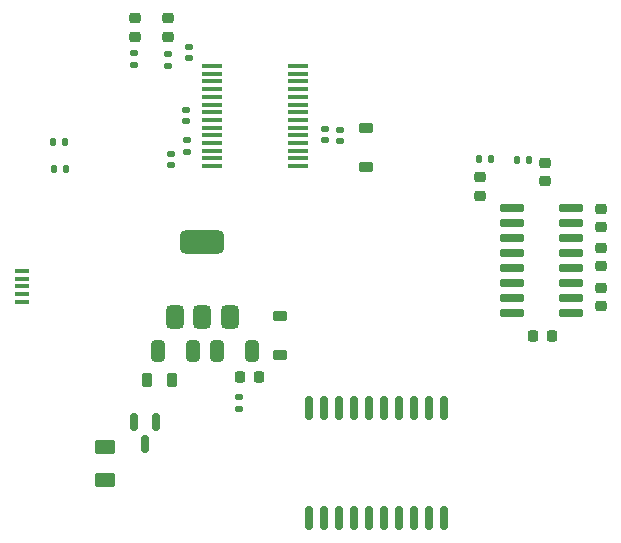
<source format=gbr>
%TF.GenerationSoftware,KiCad,Pcbnew,9.0.0*%
%TF.CreationDate,2025-05-02T19:21:32+02:00*%
%TF.ProjectId,PIC_GATE_LOCK_SYSTEM,5049435f-4741-4544-955f-4c4f434b5f53,rev?*%
%TF.SameCoordinates,Original*%
%TF.FileFunction,Paste,Top*%
%TF.FilePolarity,Positive*%
%FSLAX46Y46*%
G04 Gerber Fmt 4.6, Leading zero omitted, Abs format (unit mm)*
G04 Created by KiCad (PCBNEW 9.0.0) date 2025-05-02 19:21:32*
%MOMM*%
%LPD*%
G01*
G04 APERTURE LIST*
G04 Aperture macros list*
%AMRoundRect*
0 Rectangle with rounded corners*
0 $1 Rounding radius*
0 $2 $3 $4 $5 $6 $7 $8 $9 X,Y pos of 4 corners*
0 Add a 4 corners polygon primitive as box body*
4,1,4,$2,$3,$4,$5,$6,$7,$8,$9,$2,$3,0*
0 Add four circle primitives for the rounded corners*
1,1,$1+$1,$2,$3*
1,1,$1+$1,$4,$5*
1,1,$1+$1,$6,$7*
1,1,$1+$1,$8,$9*
0 Add four rect primitives between the rounded corners*
20,1,$1+$1,$2,$3,$4,$5,0*
20,1,$1+$1,$4,$5,$6,$7,0*
20,1,$1+$1,$6,$7,$8,$9,0*
20,1,$1+$1,$8,$9,$2,$3,0*%
G04 Aperture macros list end*
%ADD10RoundRect,0.150000X-0.150000X0.875000X-0.150000X-0.875000X0.150000X-0.875000X0.150000X0.875000X0*%
%ADD11RoundRect,0.225000X0.375000X-0.225000X0.375000X0.225000X-0.375000X0.225000X-0.375000X-0.225000X0*%
%ADD12RoundRect,0.218750X-0.256250X0.218750X-0.256250X-0.218750X0.256250X-0.218750X0.256250X0.218750X0*%
%ADD13RoundRect,0.250000X0.625000X-0.375000X0.625000X0.375000X-0.625000X0.375000X-0.625000X-0.375000X0*%
%ADD14RoundRect,0.135000X-0.135000X-0.185000X0.135000X-0.185000X0.135000X0.185000X-0.135000X0.185000X0*%
%ADD15RoundRect,0.135000X0.135000X0.185000X-0.135000X0.185000X-0.135000X-0.185000X0.135000X-0.185000X0*%
%ADD16RoundRect,0.140000X0.170000X-0.140000X0.170000X0.140000X-0.170000X0.140000X-0.170000X-0.140000X0*%
%ADD17RoundRect,0.135000X-0.185000X0.135000X-0.185000X-0.135000X0.185000X-0.135000X0.185000X0.135000X0*%
%ADD18RoundRect,0.250000X0.325000X0.650000X-0.325000X0.650000X-0.325000X-0.650000X0.325000X-0.650000X0*%
%ADD19RoundRect,0.140000X-0.170000X0.140000X-0.170000X-0.140000X0.170000X-0.140000X0.170000X0.140000X0*%
%ADD20RoundRect,0.250000X-0.325000X-0.650000X0.325000X-0.650000X0.325000X0.650000X-0.325000X0.650000X0*%
%ADD21RoundRect,0.218750X-0.218750X-0.381250X0.218750X-0.381250X0.218750X0.381250X-0.218750X0.381250X0*%
%ADD22RoundRect,0.150000X-0.150000X0.587500X-0.150000X-0.587500X0.150000X-0.587500X0.150000X0.587500X0*%
%ADD23R,1.655601X0.431800*%
%ADD24RoundRect,0.225000X0.250000X-0.225000X0.250000X0.225000X-0.250000X0.225000X-0.250000X-0.225000X0*%
%ADD25RoundRect,0.375000X0.375000X-0.625000X0.375000X0.625000X-0.375000X0.625000X-0.375000X-0.625000X0*%
%ADD26RoundRect,0.500000X1.400000X-0.500000X1.400000X0.500000X-1.400000X0.500000X-1.400000X-0.500000X0*%
%ADD27RoundRect,0.225000X-0.225000X-0.250000X0.225000X-0.250000X0.225000X0.250000X-0.225000X0.250000X0*%
%ADD28RoundRect,0.075000X0.910000X0.225000X-0.910000X0.225000X-0.910000X-0.225000X0.910000X-0.225000X0*%
%ADD29RoundRect,0.225000X-0.375000X0.225000X-0.375000X-0.225000X0.375000X-0.225000X0.375000X0.225000X0*%
%ADD30RoundRect,0.218750X-0.218750X-0.256250X0.218750X-0.256250X0.218750X0.256250X-0.218750X0.256250X0*%
%ADD31RoundRect,0.135000X0.185000X-0.135000X0.185000X0.135000X-0.185000X0.135000X-0.185000X-0.135000X0*%
%ADD32R,1.300000X0.450000*%
G04 APERTURE END LIST*
D10*
%TO.C,U4*%
X140080000Y-121660000D03*
X138810000Y-121660000D03*
X137540000Y-121660000D03*
X136270000Y-121660000D03*
X135000000Y-121660000D03*
X133730000Y-121660000D03*
X132460000Y-121660000D03*
X131190000Y-121660000D03*
X129920000Y-121660000D03*
X128650000Y-121660000D03*
X128650000Y-112350000D03*
X129920000Y-112350000D03*
X131190000Y-112350000D03*
X132460000Y-112350000D03*
X133730000Y-112350000D03*
X135000000Y-112350000D03*
X136270000Y-112350000D03*
X137540000Y-112350000D03*
X138810000Y-112350000D03*
X140080000Y-112350000D03*
%TD*%
D11*
%TO.C,D1*%
X126160000Y-104580000D03*
X126160000Y-107880000D03*
%TD*%
D12*
%TO.C,RXD*%
X143050000Y-92820000D03*
X143050000Y-94395000D03*
%TD*%
D13*
%TO.C,F1*%
X111345000Y-118487500D03*
X111345000Y-115687500D03*
%TD*%
D14*
%TO.C,R4*%
X106910000Y-89850000D03*
X107930000Y-89850000D03*
%TD*%
D15*
%TO.C,R3*%
X147225000Y-91380000D03*
X146205000Y-91380000D03*
%TD*%
D16*
%TO.C,C7*%
X118415000Y-82705000D03*
X118415000Y-81745000D03*
%TD*%
D17*
%TO.C,R8*%
X118275000Y-89645000D03*
X118275000Y-90665000D03*
%TD*%
D18*
%TO.C,C4*%
X123805000Y-107505000D03*
X120855000Y-107505000D03*
%TD*%
D19*
%TO.C,C9*%
X129970000Y-88740000D03*
X129970000Y-89700000D03*
%TD*%
D14*
%TO.C,R5*%
X106990000Y-92090000D03*
X108010000Y-92090000D03*
%TD*%
%TO.C,R2*%
X143025000Y-91300000D03*
X144045000Y-91300000D03*
%TD*%
D17*
%TO.C,R1*%
X122655000Y-111435000D03*
X122655000Y-112455000D03*
%TD*%
D20*
%TO.C,C5*%
X115820000Y-107545000D03*
X118770000Y-107545000D03*
%TD*%
D21*
%TO.C,FB1*%
X114897500Y-109990000D03*
X117022500Y-109990000D03*
%TD*%
D22*
%TO.C,Q1*%
X115695000Y-113557500D03*
X113795000Y-113557500D03*
X114745000Y-115432500D03*
%TD*%
D23*
%TO.C,U3*%
X120389398Y-83405001D03*
X120389398Y-84055002D03*
X120389398Y-84705001D03*
X120389398Y-85355002D03*
X120389398Y-86005000D03*
X120389398Y-86655002D03*
X120389398Y-87305000D03*
X120389398Y-87954999D03*
X120389398Y-88605000D03*
X120389398Y-89254999D03*
X120389398Y-89905000D03*
X120389398Y-90554999D03*
X120389398Y-91205000D03*
X120389398Y-91854999D03*
X127645000Y-91855001D03*
X127645000Y-91205000D03*
X127645000Y-90555001D03*
X127645000Y-89905000D03*
X127645000Y-89255002D03*
X127645000Y-88605000D03*
X127645000Y-87955002D03*
X127645000Y-87305000D03*
X127645000Y-86655002D03*
X127645000Y-86005000D03*
X127645000Y-85355002D03*
X127645000Y-84705001D03*
X127645000Y-84055002D03*
X127645000Y-83405001D03*
%TD*%
D24*
%TO.C,C1*%
X153320000Y-97040000D03*
X153320000Y-95490000D03*
%TD*%
D25*
%TO.C,U2*%
X117295000Y-104615000D03*
X119595000Y-104615000D03*
X121895000Y-104615000D03*
D26*
X119595000Y-98315000D03*
%TD*%
D27*
%TO.C,C2*%
X147615000Y-106270000D03*
X149165000Y-106270000D03*
%TD*%
D28*
%TO.C,U1*%
X150775000Y-104280000D03*
X150775000Y-103010000D03*
X150775000Y-101740000D03*
X150775000Y-100470000D03*
X150775000Y-99200000D03*
X150775000Y-97930000D03*
X150775000Y-96660000D03*
X150775000Y-95390000D03*
X145825000Y-95390000D03*
X145825000Y-96660000D03*
X145825000Y-97930000D03*
X145825000Y-99200000D03*
X145825000Y-100470000D03*
X145825000Y-101740000D03*
X145825000Y-103010000D03*
X145825000Y-104280000D03*
%TD*%
D12*
%TO.C,D6*%
X116695000Y-79340000D03*
X116695000Y-80915000D03*
%TD*%
D19*
%TO.C,C11*%
X116945000Y-90845000D03*
X116945000Y-91805000D03*
%TD*%
D29*
%TO.C,D7*%
X133420000Y-88650000D03*
X133420000Y-91950000D03*
%TD*%
D30*
%TO.C,D2*%
X122777500Y-109715000D03*
X124352500Y-109715000D03*
%TD*%
D31*
%TO.C,R7*%
X116695000Y-83430000D03*
X116695000Y-82410000D03*
%TD*%
D24*
%TO.C,C3*%
X153295000Y-100360000D03*
X153295000Y-98810000D03*
%TD*%
D31*
%TO.C,R6*%
X113805000Y-83335000D03*
X113805000Y-82315000D03*
%TD*%
D12*
%TO.C,TXD*%
X148625000Y-91580000D03*
X148625000Y-93155000D03*
%TD*%
D32*
%TO.C,J1*%
X104355000Y-100740000D03*
X104355000Y-101390000D03*
X104355000Y-102040000D03*
X104355000Y-102690000D03*
X104355000Y-103340000D03*
%TD*%
D16*
%TO.C,C8*%
X118215000Y-88085000D03*
X118215000Y-87125000D03*
%TD*%
D19*
%TO.C,C10*%
X131220000Y-88790000D03*
X131220000Y-89750000D03*
%TD*%
D12*
%TO.C,D5*%
X113875000Y-79357500D03*
X113875000Y-80932500D03*
%TD*%
D24*
%TO.C,C6*%
X153335000Y-103715000D03*
X153335000Y-102165000D03*
%TD*%
M02*

</source>
